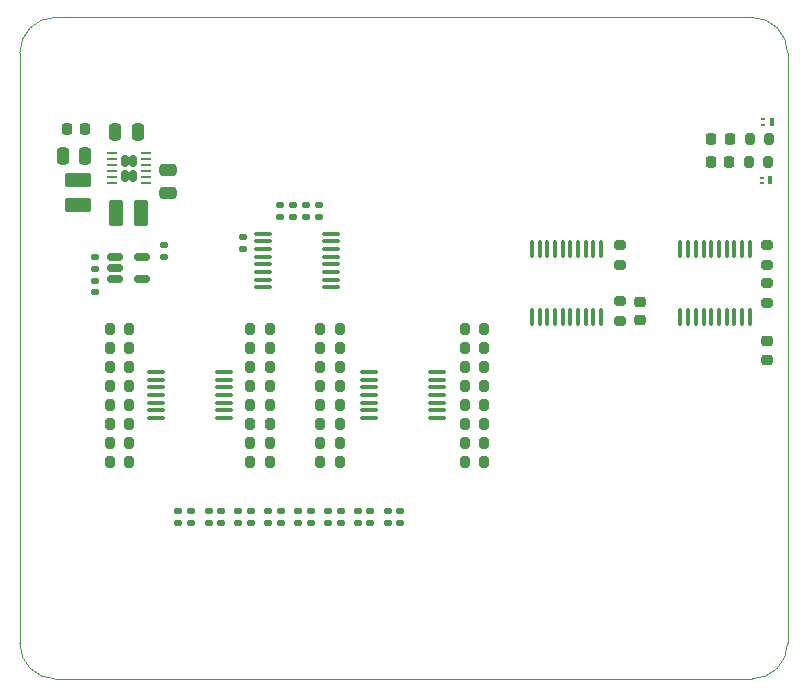
<source format=gtp>
G04 #@! TF.GenerationSoftware,KiCad,Pcbnew,8.0.6-8.0.6-0~ubuntu22.04.1*
G04 #@! TF.CreationDate,2024-12-26T22:40:20+01:00*
G04 #@! TF.ProjectId,ohsim_hat,6f687369-6d5f-4686-9174-2e6b69636164,rev?*
G04 #@! TF.SameCoordinates,Original*
G04 #@! TF.FileFunction,Paste,Top*
G04 #@! TF.FilePolarity,Positive*
%FSLAX46Y46*%
G04 Gerber Fmt 4.6, Leading zero omitted, Abs format (unit mm)*
G04 Created by KiCad (PCBNEW 8.0.6-8.0.6-0~ubuntu22.04.1) date 2024-12-26 22:40:20*
%MOMM*%
%LPD*%
G01*
G04 APERTURE LIST*
G04 Aperture macros list*
%AMRoundRect*
0 Rectangle with rounded corners*
0 $1 Rounding radius*
0 $2 $3 $4 $5 $6 $7 $8 $9 X,Y pos of 4 corners*
0 Add a 4 corners polygon primitive as box body*
4,1,4,$2,$3,$4,$5,$6,$7,$8,$9,$2,$3,0*
0 Add four circle primitives for the rounded corners*
1,1,$1+$1,$2,$3*
1,1,$1+$1,$4,$5*
1,1,$1+$1,$6,$7*
1,1,$1+$1,$8,$9*
0 Add four rect primitives between the rounded corners*
20,1,$1+$1,$2,$3,$4,$5,0*
20,1,$1+$1,$4,$5,$6,$7,0*
20,1,$1+$1,$6,$7,$8,$9,0*
20,1,$1+$1,$8,$9,$2,$3,0*%
G04 Aperture macros list end*
%ADD10RoundRect,0.200000X0.200000X0.275000X-0.200000X0.275000X-0.200000X-0.275000X0.200000X-0.275000X0*%
%ADD11RoundRect,0.135000X-0.185000X0.135000X-0.185000X-0.135000X0.185000X-0.135000X0.185000X0.135000X0*%
%ADD12RoundRect,0.200000X-0.200000X-0.275000X0.200000X-0.275000X0.200000X0.275000X-0.200000X0.275000X0*%
%ADD13RoundRect,0.140000X0.170000X-0.140000X0.170000X0.140000X-0.170000X0.140000X-0.170000X-0.140000X0*%
%ADD14RoundRect,0.250000X-0.475000X0.250000X-0.475000X-0.250000X0.475000X-0.250000X0.475000X0.250000X0*%
%ADD15RoundRect,0.100000X-0.637500X-0.100000X0.637500X-0.100000X0.637500X0.100000X-0.637500X0.100000X0*%
%ADD16R,0.400000X0.250000*%
%ADD17R,0.400000X0.700000*%
%ADD18RoundRect,0.100000X-0.100000X0.637500X-0.100000X-0.637500X0.100000X-0.637500X0.100000X0.637500X0*%
%ADD19RoundRect,0.150000X-0.512500X-0.150000X0.512500X-0.150000X0.512500X0.150000X-0.512500X0.150000X0*%
%ADD20RoundRect,0.200000X0.275000X-0.200000X0.275000X0.200000X-0.275000X0.200000X-0.275000X-0.200000X0*%
%ADD21RoundRect,0.250000X-0.250000X-0.475000X0.250000X-0.475000X0.250000X0.475000X-0.250000X0.475000X0*%
%ADD22RoundRect,0.135000X0.185000X-0.135000X0.185000X0.135000X-0.185000X0.135000X-0.185000X-0.135000X0*%
%ADD23RoundRect,0.250000X-0.850000X0.375000X-0.850000X-0.375000X0.850000X-0.375000X0.850000X0.375000X0*%
%ADD24RoundRect,0.200000X-0.275000X0.200000X-0.275000X-0.200000X0.275000X-0.200000X0.275000X0.200000X0*%
%ADD25RoundRect,0.218750X0.218750X0.256250X-0.218750X0.256250X-0.218750X-0.256250X0.218750X-0.256250X0*%
%ADD26RoundRect,0.150000X0.150000X0.355000X-0.150000X0.355000X-0.150000X-0.355000X0.150000X-0.355000X0*%
%ADD27RoundRect,0.062500X0.375000X0.062500X-0.375000X0.062500X-0.375000X-0.062500X0.375000X-0.062500X0*%
%ADD28RoundRect,0.225000X0.250000X-0.225000X0.250000X0.225000X-0.250000X0.225000X-0.250000X-0.225000X0*%
%ADD29RoundRect,0.250000X0.250000X0.475000X-0.250000X0.475000X-0.250000X-0.475000X0.250000X-0.475000X0*%
%ADD30RoundRect,0.140000X-0.170000X0.140000X-0.170000X-0.140000X0.170000X-0.140000X0.170000X0.140000X0*%
%ADD31RoundRect,0.225000X-0.250000X0.225000X-0.250000X-0.225000X0.250000X-0.225000X0.250000X0.225000X0*%
%ADD32RoundRect,0.225000X0.225000X0.250000X-0.225000X0.250000X-0.225000X-0.250000X0.225000X-0.250000X0*%
%ADD33RoundRect,0.250000X-0.375000X-0.850000X0.375000X-0.850000X0.375000X0.850000X-0.375000X0.850000X0*%
G04 #@! TA.AperFunction,Profile*
%ADD34C,0.100000*%
G04 #@! TD*
G04 APERTURE END LIST*
D10*
X127088600Y-71994685D03*
X125438600Y-71994685D03*
D11*
X124638000Y-85774000D03*
X124638000Y-86794000D03*
D12*
X119495000Y-75216855D03*
X121145000Y-75216855D03*
D13*
X118897600Y-63584685D03*
X118897600Y-62624685D03*
X106400800Y-67256800D03*
X106400800Y-66296800D03*
D14*
X112547600Y-56936800D03*
X112547600Y-58836800D03*
D12*
X107602200Y-73605770D03*
X109252200Y-73605770D03*
X125438600Y-73605770D03*
X127088600Y-73605770D03*
D10*
X139331400Y-73605770D03*
X137681400Y-73605770D03*
X109252200Y-71994685D03*
X107602200Y-71994685D03*
X127088600Y-78439025D03*
X125438600Y-78439025D03*
D15*
X111564700Y-74021600D03*
X111564700Y-74671600D03*
X111564700Y-75321600D03*
X111564700Y-75971600D03*
X111564700Y-76621600D03*
X111564700Y-77271600D03*
X111564700Y-77921600D03*
X117289700Y-77921600D03*
X117289700Y-77271600D03*
X117289700Y-76621600D03*
X117289700Y-75971600D03*
X117289700Y-75321600D03*
X117289700Y-74671600D03*
X117289700Y-74021600D03*
D10*
X121145000Y-70383600D03*
X119495000Y-70383600D03*
D13*
X121031200Y-86764000D03*
X121031200Y-85804000D03*
D12*
X137681400Y-71994685D03*
X139331400Y-71994685D03*
D13*
X115976800Y-86764000D03*
X115976800Y-85804000D03*
D16*
X162845200Y-57560200D03*
X162845200Y-58010200D03*
D17*
X163545200Y-57785200D03*
D12*
X125438600Y-76827940D03*
X127088600Y-76827940D03*
D10*
X139331400Y-76827940D03*
X137681400Y-76827940D03*
D12*
X137681400Y-81661200D03*
X139331400Y-81661200D03*
D11*
X127178000Y-85774000D03*
X127178000Y-86794000D03*
D13*
X114528800Y-86764000D03*
X114528800Y-85804000D03*
D12*
X137681400Y-75216855D03*
X139331400Y-75216855D03*
D18*
X161787400Y-63631600D03*
X161137400Y-63631600D03*
X160487400Y-63631600D03*
X159837400Y-63631600D03*
X159187400Y-63631600D03*
X158537400Y-63631600D03*
X157887400Y-63631600D03*
X157237400Y-63631600D03*
X156587400Y-63631600D03*
X155937400Y-63631600D03*
X155937400Y-69356600D03*
X156587400Y-69356600D03*
X157237400Y-69356600D03*
X157887400Y-69356600D03*
X158537400Y-69356600D03*
X159187400Y-69356600D03*
X159837400Y-69356600D03*
X160487400Y-69356600D03*
X161137400Y-69356600D03*
X161787400Y-69356600D03*
D11*
X132207200Y-85774000D03*
X132207200Y-86794000D03*
D10*
X109271800Y-78439025D03*
X107621800Y-78439025D03*
D13*
X126111200Y-86764000D03*
X126111200Y-85804000D03*
D18*
X149203800Y-63631600D03*
X148553800Y-63631600D03*
X147903800Y-63631600D03*
X147253800Y-63631600D03*
X146603800Y-63631600D03*
X145953800Y-63631600D03*
X145303800Y-63631600D03*
X144653800Y-63631600D03*
X144003800Y-63631600D03*
X143353800Y-63631600D03*
X143353800Y-69356600D03*
X144003800Y-69356600D03*
X144653800Y-69356600D03*
X145303800Y-69356600D03*
X145953800Y-69356600D03*
X146603800Y-69356600D03*
X147253800Y-69356600D03*
X147903800Y-69356600D03*
X148553800Y-69356600D03*
X149203800Y-69356600D03*
D13*
X123571200Y-86764000D03*
X123571200Y-85804000D03*
D11*
X117043600Y-85774000D03*
X117043600Y-86794000D03*
D19*
X108057300Y-64288700D03*
X108057300Y-65238700D03*
X108057300Y-66188700D03*
X110332300Y-66188700D03*
X110332300Y-64288700D03*
D12*
X125438600Y-70383600D03*
X127088600Y-70383600D03*
D16*
X162946800Y-52632600D03*
X162946800Y-53082600D03*
D17*
X163646800Y-52857600D03*
D10*
X109271800Y-81661200D03*
X107621800Y-81661200D03*
D11*
X129667200Y-85774000D03*
X129667200Y-86794000D03*
D20*
X163296800Y-64960200D03*
X163296800Y-63310200D03*
D10*
X139331400Y-70383600D03*
X137681400Y-70383600D03*
D21*
X108092400Y-53670400D03*
X109992400Y-53670400D03*
D12*
X107621800Y-76827940D03*
X109271800Y-76827940D03*
X161811400Y-54330800D03*
X163461400Y-54330800D03*
D15*
X120601500Y-62301800D03*
X120601500Y-62951800D03*
X120601500Y-63601800D03*
X120601500Y-64251800D03*
X120601500Y-64901800D03*
X120601500Y-65551800D03*
X120601500Y-66201800D03*
X120601500Y-66851800D03*
X126326500Y-66851800D03*
X126326500Y-66201800D03*
X126326500Y-65551800D03*
X126326500Y-64901800D03*
X126326500Y-64251800D03*
X126326500Y-63601800D03*
X126326500Y-62951800D03*
X126326500Y-62301800D03*
X129564700Y-74021600D03*
X129564700Y-74671600D03*
X129564700Y-75321600D03*
X129564700Y-75971600D03*
X129564700Y-76621600D03*
X129564700Y-77271600D03*
X129564700Y-77921600D03*
X135289700Y-77921600D03*
X135289700Y-77271600D03*
X135289700Y-76621600D03*
X135289700Y-75971600D03*
X135289700Y-75321600D03*
X135289700Y-74671600D03*
X135289700Y-74021600D03*
D13*
X128600400Y-86764000D03*
X128600400Y-85804000D03*
D22*
X123164000Y-60886800D03*
X123164000Y-59866800D03*
D23*
X104927600Y-57726200D03*
X104927600Y-59876200D03*
D10*
X139331400Y-80050110D03*
X137681400Y-80050110D03*
D24*
X163296800Y-66510600D03*
X163296800Y-68160600D03*
D22*
X125364000Y-60886800D03*
X125364000Y-59866800D03*
D25*
X160071100Y-56210400D03*
X158496100Y-56210400D03*
X160121900Y-54330800D03*
X158546900Y-54330800D03*
D12*
X107621800Y-80050110D03*
X109271800Y-80050110D03*
X119495000Y-78439025D03*
X121145000Y-78439025D03*
X161709800Y-56210400D03*
X163359800Y-56210400D03*
D24*
X150800000Y-68021600D03*
X150800000Y-69671600D03*
D26*
X109620600Y-57394200D03*
X109620600Y-56144200D03*
X108870600Y-57394200D03*
X108870600Y-56144200D03*
D27*
X110683100Y-58019200D03*
X110683100Y-57519200D03*
X110683100Y-57019200D03*
X110683100Y-56519200D03*
X110683100Y-56019200D03*
X110683100Y-55519200D03*
X107808100Y-55519200D03*
X107808100Y-56019200D03*
X107808100Y-56519200D03*
X107808100Y-57019200D03*
X107808100Y-57519200D03*
X107808100Y-58019200D03*
D13*
X131191200Y-86764000D03*
X131191200Y-85804000D03*
D11*
X119558000Y-85774000D03*
X119558000Y-86794000D03*
D12*
X125438600Y-80050110D03*
X127088600Y-80050110D03*
D22*
X122064000Y-60886800D03*
X122064000Y-59866800D03*
D28*
X163296800Y-72987400D03*
X163296800Y-71437400D03*
D12*
X107602200Y-70383600D03*
X109252200Y-70383600D03*
D29*
X105522000Y-55702400D03*
X103622000Y-55702400D03*
D10*
X127088600Y-75216855D03*
X125438600Y-75216855D03*
D12*
X137681400Y-78439025D03*
X139331400Y-78439025D03*
D10*
X121145000Y-76827940D03*
X119495000Y-76827940D03*
D11*
X122098000Y-85774000D03*
X122098000Y-86794000D03*
D12*
X119495000Y-81661200D03*
X121145000Y-81661200D03*
D13*
X112242800Y-64259600D03*
X112242800Y-63299600D03*
D30*
X106400800Y-64315600D03*
X106400800Y-65275600D03*
D13*
X118491200Y-86764000D03*
X118491200Y-85804000D03*
D31*
X152476400Y-68071600D03*
X152476400Y-69621600D03*
D11*
X113411200Y-85774000D03*
X113411200Y-86794000D03*
D12*
X119495000Y-71994685D03*
X121145000Y-71994685D03*
D32*
X105550200Y-53416400D03*
X104000200Y-53416400D03*
D10*
X121145000Y-80050110D03*
X119495000Y-80050110D03*
D33*
X108119800Y-60528400D03*
X110269800Y-60528400D03*
D10*
X121145000Y-73605770D03*
X119495000Y-73605770D03*
X127088600Y-81661200D03*
X125438600Y-81661200D03*
D22*
X124264000Y-60886800D03*
X124264000Y-59866800D03*
D10*
X109252200Y-75216855D03*
X107602200Y-75216855D03*
D20*
X150800000Y-64947200D03*
X150800000Y-63297200D03*
D34*
X162000000Y-44000000D02*
G75*
G02*
X165000000Y-47000000I0J-3000000D01*
G01*
X165000000Y-97000000D02*
X165000000Y-47000000D01*
X100000000Y-47000000D02*
X100000000Y-81000000D01*
X103000000Y-100000000D02*
G75*
G02*
X100000000Y-97000000I0J3000000D01*
G01*
X103000000Y-100000000D02*
X162000000Y-100000000D01*
X165000000Y-97000000D02*
G75*
G02*
X162000000Y-100000000I-3000000J0D01*
G01*
X100000000Y-47000000D02*
G75*
G02*
X103000000Y-44000000I3000000J0D01*
G01*
X100000000Y-81000000D02*
X100000000Y-97000000D01*
X162000000Y-44000000D02*
X103000000Y-44000000D01*
M02*

</source>
